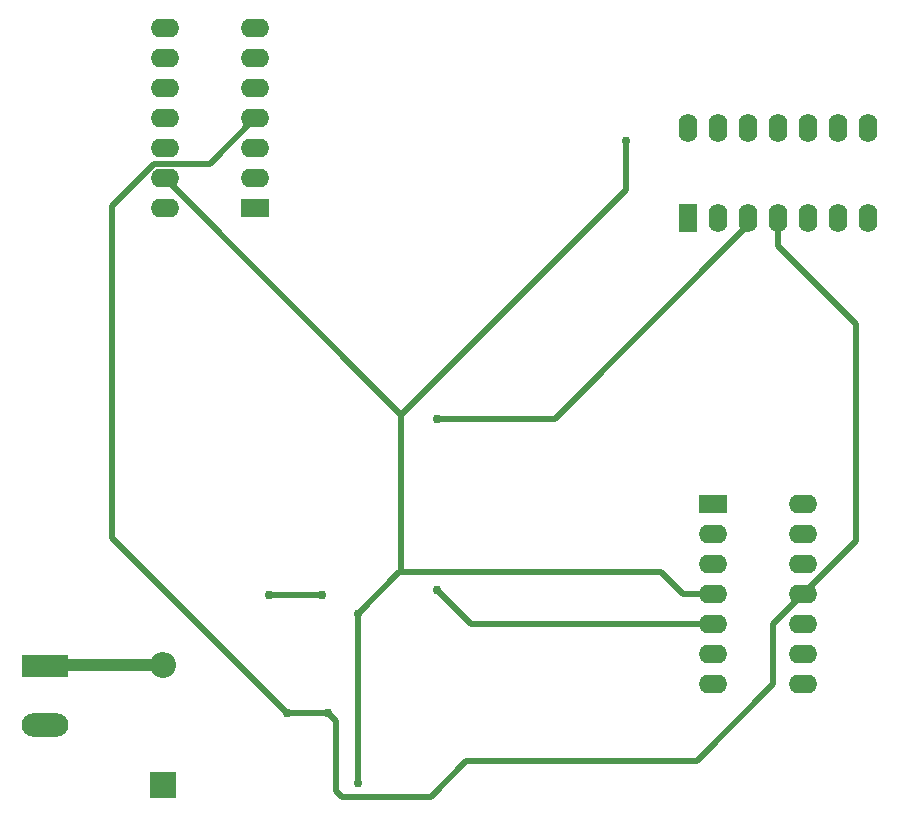
<source format=gbr>
%TF.GenerationSoftware,KiCad,Pcbnew,8.0.5*%
%TF.CreationDate,2024-11-04T13:30:35-06:00*%
%TF.ProjectId,KiCAD_Custom_DRC_Rules_for_PCBWay,4b694341-445f-4437-9573-746f6d5f4452,rev?*%
%TF.SameCoordinates,Original*%
%TF.FileFunction,Copper,L2,Bot*%
%TF.FilePolarity,Positive*%
%FSLAX46Y46*%
G04 Gerber Fmt 4.6, Leading zero omitted, Abs format (unit mm)*
G04 Created by KiCad (PCBNEW 8.0.5) date 2024-11-04 13:30:35*
%MOMM*%
%LPD*%
G01*
G04 APERTURE LIST*
%TA.AperFunction,ComponentPad*%
%ADD10R,2.400000X1.600000*%
%TD*%
%TA.AperFunction,ComponentPad*%
%ADD11O,2.400000X1.600000*%
%TD*%
%TA.AperFunction,ComponentPad*%
%ADD12R,2.200000X2.200000*%
%TD*%
%TA.AperFunction,ComponentPad*%
%ADD13O,2.200000X2.200000*%
%TD*%
%TA.AperFunction,ComponentPad*%
%ADD14R,1.600000X2.400000*%
%TD*%
%TA.AperFunction,ComponentPad*%
%ADD15O,1.600000X2.400000*%
%TD*%
%TA.AperFunction,ComponentPad*%
%ADD16R,3.960000X1.980000*%
%TD*%
%TA.AperFunction,ComponentPad*%
%ADD17O,3.960000X1.980000*%
%TD*%
%TA.AperFunction,ViaPad*%
%ADD18C,0.750000*%
%TD*%
%TA.AperFunction,Conductor*%
%ADD19C,0.500000*%
%TD*%
%TA.AperFunction,Conductor*%
%ADD20C,1.000000*%
%TD*%
G04 APERTURE END LIST*
D10*
%TO.P,J3,1,Pin_1*%
%TO.N,unconnected-(J3-Pin_1-Pad1)*%
X75120000Y-75200000D03*
D11*
%TO.P,J3,2,Pin_2*%
%TO.N,Net-(J3-Pin_12)*%
X75120000Y-72660000D03*
%TO.P,J3,3,Pin_3*%
%TO.N,+VSW*%
X75120000Y-70120000D03*
%TO.P,J3,4,Pin_4*%
%TO.N,Vneg*%
X75120000Y-67580000D03*
%TO.P,J3,5,Pin_5*%
%TO.N,unconnected-(J3-Pin_5-Pad5)*%
X75120000Y-65040000D03*
%TO.P,J3,6,Pin_6*%
%TO.N,unconnected-(J3-Pin_6-Pad6)*%
X75120000Y-62500000D03*
%TO.P,J3,7,Pin_7*%
%TO.N,unconnected-(J3-Pin_7-Pad7)*%
X75120000Y-59960000D03*
%TO.P,J3,8,Pin_8*%
%TO.N,unconnected-(J3-Pin_8-Pad8)*%
X67500000Y-59960000D03*
%TO.P,J3,9,Pin_9*%
%TO.N,unconnected-(J3-Pin_9-Pad9)*%
X67500000Y-62500000D03*
%TO.P,J3,10,Pin_10*%
%TO.N,unconnected-(J3-Pin_10-Pad10)*%
X67500000Y-65040000D03*
%TO.P,J3,11,Pin_11*%
%TO.N,unconnected-(J3-Pin_11-Pad11)*%
X67500000Y-67580000D03*
%TO.P,J3,12,Pin_12*%
%TO.N,Net-(J3-Pin_12)*%
X67500000Y-70120000D03*
%TO.P,J3,13,Pin_13*%
%TO.N,Vpos*%
X67500000Y-72660000D03*
%TO.P,J3,14,Pin_14*%
%TO.N,unconnected-(J3-Pin_14-Pad14)*%
X67500000Y-75200000D03*
%TD*%
D12*
%TO.P,D1,1,K*%
%TO.N,Vpos*%
X67315000Y-124000000D03*
D13*
%TO.P,D1,2,A*%
%TO.N,Net-(D1-A)*%
X67315000Y-113840000D03*
%TD*%
D10*
%TO.P,J4,1,Pin_1*%
%TO.N,Net-(J4-Pin_1)*%
X113880000Y-100260000D03*
D11*
%TO.P,J4,2,Pin_2*%
X113880000Y-102800000D03*
%TO.P,J4,3,Pin_3*%
%TO.N,+VSW*%
X113880000Y-105340000D03*
%TO.P,J4,4,Pin_4*%
%TO.N,Vpos*%
X113880000Y-107880000D03*
%TO.P,J4,5,Pin_5*%
%TO.N,+VSW*%
X113880000Y-110420000D03*
%TO.P,J4,6,Pin_6*%
%TO.N,Net-(J4-Pin_6)*%
X113880000Y-112960000D03*
%TO.P,J4,7,Pin_7*%
X113880000Y-115500000D03*
%TO.P,J4,8,Pin_8*%
%TO.N,Net-(J4-Pin_8)*%
X121500000Y-115500000D03*
%TO.P,J4,9,Pin_9*%
X121500000Y-112960000D03*
%TO.P,J4,10,Pin_10*%
%TO.N,+VSW*%
X121500000Y-110420000D03*
%TO.P,J4,11,Pin_11*%
%TO.N,Vneg*%
X121500000Y-107880000D03*
%TO.P,J4,12,Pin_12*%
%TO.N,+VSW*%
X121500000Y-105340000D03*
%TO.P,J4,13,Pin_13*%
%TO.N,Net-(J4-Pin_13)*%
X121500000Y-102800000D03*
%TO.P,J4,14,Pin_14*%
X121500000Y-100260000D03*
%TD*%
D14*
%TO.P,J2,1,Pin_1*%
%TO.N,Net-(J2-Pin_1)*%
X111800000Y-76000000D03*
D15*
%TO.P,J2,2,Pin_2*%
X114340000Y-76000000D03*
%TO.P,J2,3,Pin_3*%
%TO.N,+VSW*%
X116880000Y-76000000D03*
%TO.P,J2,4,Pin_4*%
%TO.N,Vneg*%
X119420000Y-76000000D03*
%TO.P,J2,5,Pin_5*%
%TO.N,unconnected-(J2-Pin_5-Pad5)*%
X121960000Y-76000000D03*
%TO.P,J2,6,Pin_6*%
%TO.N,unconnected-(J2-Pin_6-Pad6)*%
X124500000Y-76000000D03*
%TO.P,J2,7,Pin_7*%
%TO.N,unconnected-(J2-Pin_7-Pad7)*%
X127040000Y-76000000D03*
%TO.P,J2,8,Pin_8*%
%TO.N,unconnected-(J2-Pin_8-Pad8)*%
X127040000Y-68380000D03*
%TO.P,J2,9,Pin_9*%
%TO.N,unconnected-(J2-Pin_9-Pad9)*%
X124500000Y-68380000D03*
%TO.P,J2,10,Pin_10*%
%TO.N,unconnected-(J2-Pin_10-Pad10)*%
X121960000Y-68380000D03*
%TO.P,J2,11,Pin_11*%
%TO.N,+VSW*%
X119420000Y-68380000D03*
%TO.P,J2,12,Pin_12*%
%TO.N,Net-(J2-Pin_12)*%
X116880000Y-68380000D03*
%TO.P,J2,13,Pin_13*%
X114340000Y-68380000D03*
%TO.P,J2,14,Pin_14*%
%TO.N,Vpos*%
X111800000Y-68380000D03*
%TD*%
D16*
%TO.P,J1,1,Pin_1*%
%TO.N,Net-(D1-A)*%
X57315000Y-113920000D03*
D17*
%TO.P,J1,2,Pin_2*%
%TO.N,Vneg*%
X57315000Y-118920000D03*
%TD*%
D18*
%TO.N,Vneg*%
X81315000Y-117920000D03*
X77815000Y-117920000D03*
%TO.N,Vpos*%
X106500000Y-69500000D03*
X83815000Y-123832500D03*
X83815000Y-109515000D03*
%TO.N,Net-(R2-Pad2)*%
X80815000Y-107920000D03*
X76315000Y-107920000D03*
%TO.N,+VSW*%
X90500000Y-107500000D03*
X90500000Y-93000000D03*
%TD*%
D19*
%TO.N,Vneg*%
X82500000Y-125000000D02*
X82000000Y-124500000D01*
X71290000Y-71410000D02*
X66582233Y-71410000D01*
X119000000Y-115500000D02*
X112500000Y-122000000D01*
X90000000Y-125000000D02*
X82500000Y-125000000D01*
X75120000Y-67580000D02*
X71290000Y-71410000D01*
X63000000Y-74992233D02*
X63000000Y-103105000D01*
X81315000Y-117920000D02*
X77815000Y-117920000D01*
X121500000Y-107880000D02*
X119000000Y-110380000D01*
X63000000Y-103105000D02*
X77815000Y-117920000D01*
X82000000Y-118605000D02*
X81315000Y-117920000D01*
X112500000Y-122000000D02*
X93000000Y-122000000D01*
X119000000Y-110380000D02*
X119000000Y-115500000D01*
X126000000Y-103380000D02*
X121500000Y-107880000D01*
X93000000Y-122000000D02*
X90000000Y-125000000D01*
X119420000Y-76000000D02*
X119420000Y-78420000D01*
X66582233Y-71410000D02*
X63000000Y-74992233D01*
X119420000Y-78420000D02*
X126000000Y-85000000D01*
X126000000Y-85000000D02*
X126000000Y-103380000D01*
X82000000Y-124500000D02*
X82000000Y-118605000D01*
%TO.N,Vpos*%
X83815000Y-109515000D02*
X83815000Y-123832500D01*
X87330000Y-106000000D02*
X83815000Y-109515000D01*
X106500000Y-69500000D02*
X106500000Y-73660000D01*
X87500000Y-92660000D02*
X87500000Y-105830000D01*
X67500000Y-72660000D02*
X87500000Y-92660000D01*
X111380000Y-107880000D02*
X109500000Y-106000000D01*
X109500000Y-106000000D02*
X87330000Y-106000000D01*
X106500000Y-73660000D02*
X87500000Y-92660000D01*
X113880000Y-107880000D02*
X111380000Y-107880000D01*
D20*
%TO.N,Net-(D1-A)*%
X67315000Y-113840000D02*
X57395000Y-113840000D01*
D19*
%TO.N,Net-(R2-Pad2)*%
X76315000Y-107920000D02*
X80815000Y-107920000D01*
%TO.N,+VSW*%
X90500000Y-93000000D02*
X100500000Y-93000000D01*
X100500000Y-93000000D02*
X116880000Y-76620000D01*
X93420000Y-110420000D02*
X113880000Y-110420000D01*
X90500000Y-107500000D02*
X93420000Y-110420000D01*
%TD*%
M02*

</source>
